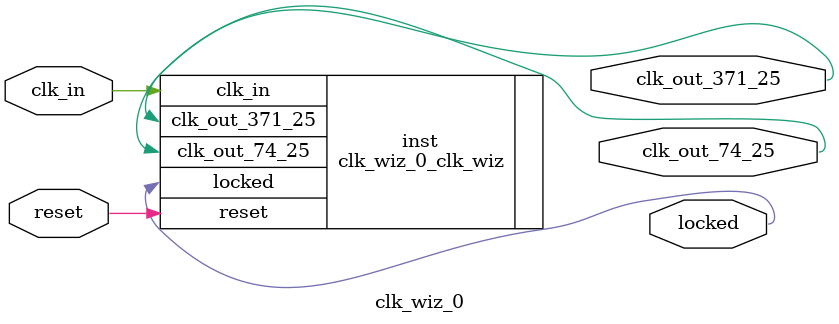
<source format=v>


`timescale 1ps/1ps

(* CORE_GENERATION_INFO = "clk_wiz_0,clk_wiz_v6_0_2_0_0,{component_name=clk_wiz_0,use_phase_alignment=true,use_min_o_jitter=false,use_max_i_jitter=false,use_dyn_phase_shift=false,use_inclk_switchover=false,use_dyn_reconfig=false,enable_axi=0,feedback_source=FDBK_AUTO,PRIMITIVE=MMCM,num_out_clk=2,clkin1_period=20.000,clkin2_period=10.0,use_power_down=false,use_reset=true,use_locked=true,use_inclk_stopped=false,feedback_type=SINGLE,CLOCK_MGR_TYPE=NA,manual_override=false}" *)

module clk_wiz_0 
 (
  // Clock out ports
  output        clk_out_74_25,
  output        clk_out_371_25,
  // Status and control signals
  input         reset,
  output        locked,
 // Clock in ports
  input         clk_in
 );

  clk_wiz_0_clk_wiz inst
  (
  // Clock out ports  
  .clk_out_74_25(clk_out_74_25),
  .clk_out_371_25(clk_out_371_25),
  // Status and control signals               
  .reset(reset), 
  .locked(locked),
 // Clock in ports
  .clk_in(clk_in)
  );

endmodule

</source>
